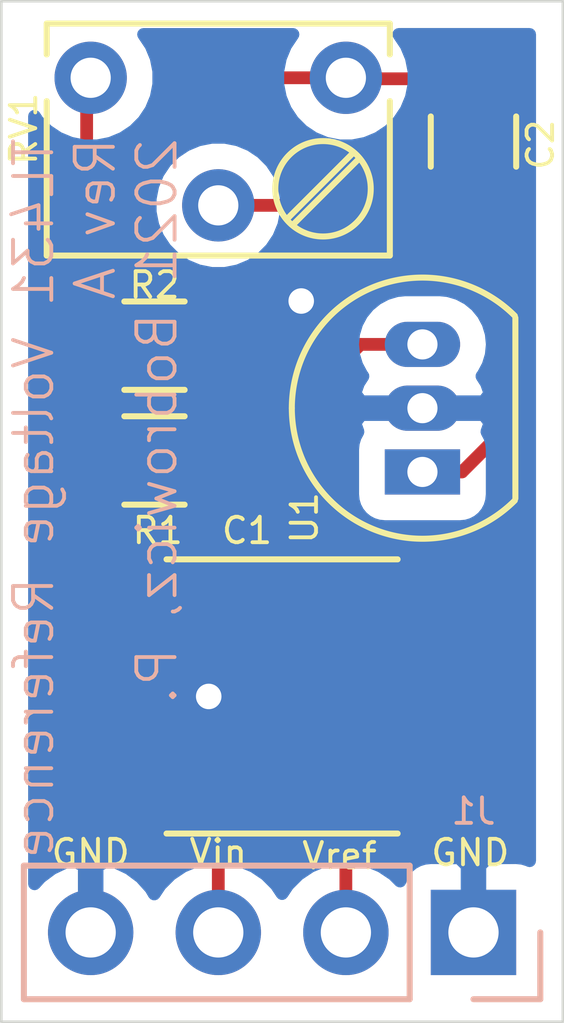
<source format=kicad_pcb>
(kicad_pcb (version 20171130) (host pcbnew "(5.1.0)-1")

  (general
    (thickness 1.6)
    (drawings 9)
    (tracks 42)
    (zones 0)
    (modules 7)
    (nets 6)
  )

  (page A4)
  (layers
    (0 F.Cu signal)
    (31 B.Cu signal)
    (32 B.Adhes user)
    (33 F.Adhes user)
    (34 B.Paste user)
    (35 F.Paste user)
    (36 B.SilkS user)
    (37 F.SilkS user)
    (38 B.Mask user)
    (39 F.Mask user)
    (40 Dwgs.User user)
    (41 Cmts.User user)
    (42 Eco1.User user)
    (43 Eco2.User user)
    (44 Edge.Cuts user)
    (45 Margin user)
    (46 B.CrtYd user)
    (47 F.CrtYd user)
    (48 B.Fab user)
    (49 F.Fab user)
  )

  (setup
    (last_trace_width 0.1524)
    (user_trace_width 0.254)
    (user_trace_width 0.508)
    (trace_clearance 0.1524)
    (zone_clearance 0.508)
    (zone_45_only no)
    (trace_min 0.1524)
    (via_size 0.6096)
    (via_drill 0.3048)
    (via_min_size 0.508)
    (via_min_drill 0.254)
    (user_via 0.508 0.254)
    (user_via 1.016 0.508)
    (uvia_size 0.1524)
    (uvia_drill 0)
    (uvias_allowed no)
    (uvia_min_size 0)
    (uvia_min_drill 0)
    (edge_width 0.05)
    (segment_width 0.2)
    (pcb_text_width 0.3)
    (pcb_text_size 1.5 1.5)
    (mod_edge_width 0.12)
    (mod_text_size 1 1)
    (mod_text_width 0.15)
    (pad_size 1.524 1.524)
    (pad_drill 0.762)
    (pad_to_mask_clearance 0.0508)
    (solder_mask_min_width 0.101)
    (aux_axis_origin 0 0)
    (visible_elements 7FFFFFFF)
    (pcbplotparams
      (layerselection 0x010fc_ffffffff)
      (usegerberextensions false)
      (usegerberattributes false)
      (usegerberadvancedattributes false)
      (creategerberjobfile false)
      (excludeedgelayer true)
      (linewidth 0.038100)
      (plotframeref false)
      (viasonmask false)
      (mode 1)
      (useauxorigin false)
      (hpglpennumber 1)
      (hpglpenspeed 20)
      (hpglpendiameter 15.000000)
      (psnegative false)
      (psa4output false)
      (plotreference true)
      (plotvalue true)
      (plotinvisibletext false)
      (padsonsilk false)
      (subtractmaskfromsilk false)
      (outputformat 1)
      (mirror false)
      (drillshape 1)
      (scaleselection 1)
      (outputdirectory ""))
  )

  (net 0 "")
  (net 1 "Net-(C1-Pad1)")
  (net 2 GND)
  (net 3 "Net-(R2-Pad2)")
  (net 4 "Net-(C2-Pad2)")
  (net 5 "Net-(J1-Pad3)")

  (net_class Default "This is the default net class."
    (clearance 0.1524)
    (trace_width 0.1524)
    (via_dia 0.6096)
    (via_drill 0.3048)
    (uvia_dia 0.1524)
    (uvia_drill 0)
    (add_net GND)
    (add_net "Net-(C1-Pad1)")
    (add_net "Net-(C2-Pad2)")
    (add_net "Net-(J1-Pad3)")
    (add_net "Net-(R2-Pad2)")
  )

  (module Connector_PinHeader_2.54mm:PinHeader_1x04_P2.54mm_Vertical (layer B.Cu) (tedit 59FED5CC) (tstamp 602709D9)
    (at 109.22 76.2 90)
    (descr "Through hole straight pin header, 1x04, 2.54mm pitch, single row")
    (tags "Through hole pin header THT 1x04 2.54mm single row")
    (path /60293836)
    (fp_text reference J1 (at 2.413 0) (layer B.SilkS)
      (effects (font (size 0.508 0.508) (thickness 0.0762)) (justify mirror))
    )
    (fp_text value Conn_01x04_Male (at -1.3335 -3.556) (layer B.Fab) hide
      (effects (font (size 0.508 0.508) (thickness 0.0762)) (justify mirror))
    )
    (fp_line (start 1.8 1.8) (end -1.8 1.8) (layer B.CrtYd) (width 0.05))
    (fp_line (start 1.8 -9.4) (end 1.8 1.8) (layer B.CrtYd) (width 0.05))
    (fp_line (start -1.8 -9.4) (end 1.8 -9.4) (layer B.CrtYd) (width 0.05))
    (fp_line (start -1.8 1.8) (end -1.8 -9.4) (layer B.CrtYd) (width 0.05))
    (fp_line (start -1.33 1.33) (end 0 1.33) (layer B.SilkS) (width 0.12))
    (fp_line (start -1.33 0) (end -1.33 1.33) (layer B.SilkS) (width 0.12))
    (fp_line (start -1.33 -1.27) (end 1.33 -1.27) (layer B.SilkS) (width 0.12))
    (fp_line (start 1.33 -1.27) (end 1.33 -8.95) (layer B.SilkS) (width 0.12))
    (fp_line (start -1.33 -1.27) (end -1.33 -8.95) (layer B.SilkS) (width 0.12))
    (fp_line (start -1.33 -8.95) (end 1.33 -8.95) (layer B.SilkS) (width 0.12))
    (fp_line (start -1.27 0.635) (end -0.635 1.27) (layer B.Fab) (width 0.1))
    (fp_line (start -1.27 -8.89) (end -1.27 0.635) (layer B.Fab) (width 0.1))
    (fp_line (start 1.27 -8.89) (end -1.27 -8.89) (layer B.Fab) (width 0.1))
    (fp_line (start 1.27 1.27) (end 1.27 -8.89) (layer B.Fab) (width 0.1))
    (fp_line (start -0.635 1.27) (end 1.27 1.27) (layer B.Fab) (width 0.1))
    (fp_text user %R (at 0 -3.81) (layer B.Fab) hide
      (effects (font (size 1 1) (thickness 0.15)) (justify mirror))
    )
    (pad 4 thru_hole oval (at 0 -7.62 90) (size 1.7 1.7) (drill 1) (layers *.Cu *.Mask)
      (net 2 GND))
    (pad 3 thru_hole oval (at 0 -5.08 90) (size 1.7 1.7) (drill 1) (layers *.Cu *.Mask)
      (net 5 "Net-(J1-Pad3)"))
    (pad 2 thru_hole oval (at 0 -2.54 90) (size 1.7 1.7) (drill 1) (layers *.Cu *.Mask)
      (net 1 "Net-(C1-Pad1)"))
    (pad 1 thru_hole rect (at 0 0 90) (size 1.7 1.7) (drill 1) (layers *.Cu *.Mask)
      (net 2 GND))
    (model ${KISYS3DMOD}/Connector_PinHeader_2.54mm.3dshapes/PinHeader_1x04_P2.54mm_Vertical.wrl
      (at (xyz 0 0 0))
      (scale (xyz 1 1 1))
      (rotate (xyz 0 0 0))
    )
  )

  (module TO_SOT_Packages_THT:TO-92_Inline_Narrow_Oval (layer F.Cu) (tedit 58CE52AF) (tstamp 602709E5)
    (at 108.204 67.0306 90)
    (descr "TO-92 leads in-line, narrow, oval pads, drill 0.6mm (see NXP sot054_po.pdf)")
    (tags "to-92 sc-43 sc-43a sot54 PA33 transistor")
    (path /602702E5)
    (fp_text reference U1 (at -0.9144 -2.3495 90) (layer F.SilkS)
      (effects (font (size 0.508 0.508) (thickness 0.0762)))
    )
    (fp_text value TL431LP (at 1.0541 1.8415 90) (layer F.Fab) hide
      (effects (font (size 0.508 0.508) (thickness 0.0762)))
    )
    (fp_line (start -0.53 1.85) (end 3.07 1.85) (layer F.SilkS) (width 0.12))
    (fp_line (start -0.5 1.75) (end 3 1.75) (layer F.Fab) (width 0.1))
    (fp_line (start -1.46 -2.73) (end 4 -2.73) (layer F.CrtYd) (width 0.05))
    (fp_line (start -1.46 -2.73) (end -1.46 2.01) (layer F.CrtYd) (width 0.05))
    (fp_line (start 4 2.01) (end 4 -2.73) (layer F.CrtYd) (width 0.05))
    (fp_line (start 4 2.01) (end -1.46 2.01) (layer F.CrtYd) (width 0.05))
    (fp_text user %R (at 1.2446 -1.9685 90) (layer F.Fab) hide
      (effects (font (size 0.508 0.508) (thickness 0.0762)))
    )
    (fp_arc (start 1.27 0) (end 1.27 -2.48) (angle 135) (layer F.Fab) (width 0.1))
    (fp_arc (start 1.27 0) (end 1.27 -2.6) (angle -135) (layer F.SilkS) (width 0.12))
    (fp_arc (start 1.27 0) (end 1.27 -2.48) (angle -135) (layer F.Fab) (width 0.1))
    (fp_arc (start 1.27 0) (end 1.27 -2.6) (angle 135) (layer F.SilkS) (width 0.12))
    (pad 2 thru_hole oval (at 1.27 0 270) (size 0.9 1.5) (drill 0.6) (layers *.Cu *.Mask)
      (net 2 GND))
    (pad 3 thru_hole oval (at 2.54 0 270) (size 0.9 1.5) (drill 0.6) (layers *.Cu *.Mask)
      (net 1 "Net-(C1-Pad1)"))
    (pad 1 thru_hole rect (at 0 0 270) (size 0.9 1.5) (drill 0.6) (layers *.Cu *.Mask)
      (net 4 "Net-(C2-Pad2)"))
    (model ${KISYS3DMOD}/TO_SOT_Packages_THT.3dshapes/TO-92_Inline_Narrow_Oval.wrl
      (offset (xyz 1.269999980926514 0 0))
      (scale (xyz 1 1 1))
      (rotate (xyz 0 0 -90))
    )
    (model ${KIPRJMOD}/packages/LP0003A.stp
      (offset (xyz 1.2446 0 4.3942))
      (scale (xyz 1 1 1))
      (rotate (xyz 0 180 0))
    )
  )

  (module Potentiometers:Potentiometer_Trimmer_Bourns_3266W (layer F.Cu) (tedit 58826B0B) (tstamp 602709E2)
    (at 106.68 59.182)
    (descr "Spindle Trimmer Potentiometer, Bourns 3266W, https://www.bourns.com/pdfs/3266.pdf")
    (tags "Spindle Trimmer Potentiometer   Bourns 3266W")
    (path /602736C6)
    (fp_text reference RV1 (at -6.4135 1.016 90) (layer F.SilkS)
      (effects (font (size 0.508 0.508) (thickness 0.0762)))
    )
    (fp_text value 10k (at -2.54 4.73) (layer F.Fab) hide
      (effects (font (size 1 1) (thickness 0.15)))
    )
    (fp_circle (center -0.455 2.21) (end 0.435 2.21) (layer F.Fab) (width 0.1))
    (fp_circle (center -0.455 2.21) (end 0.495 2.21) (layer F.SilkS) (width 0.12))
    (fp_line (start -5.895 -1.02) (end -5.895 3.48) (layer F.Fab) (width 0.1))
    (fp_line (start -5.895 3.48) (end 0.815 3.48) (layer F.Fab) (width 0.1))
    (fp_line (start 0.815 3.48) (end 0.815 -1.02) (layer F.Fab) (width 0.1))
    (fp_line (start 0.815 -1.02) (end -5.895 -1.02) (layer F.Fab) (width 0.1))
    (fp_line (start 0.22 1.644) (end -1.021 2.885) (layer F.Fab) (width 0.1))
    (fp_line (start 0.112 1.536) (end -1.13 2.777) (layer F.Fab) (width 0.1))
    (fp_line (start -5.955 -1.08) (end 0.875 -1.08) (layer F.SilkS) (width 0.12))
    (fp_line (start -5.955 3.54) (end 0.875 3.54) (layer F.SilkS) (width 0.12))
    (fp_line (start -5.955 -1.08) (end -5.955 -0.465) (layer F.SilkS) (width 0.12))
    (fp_line (start -5.955 0.465) (end -5.955 3.54) (layer F.SilkS) (width 0.12))
    (fp_line (start 0.875 -1.08) (end 0.875 -0.465) (layer F.SilkS) (width 0.12))
    (fp_line (start 0.875 0.465) (end 0.875 3.54) (layer F.SilkS) (width 0.12))
    (fp_line (start 0.266 1.606) (end -1.059 2.931) (layer F.SilkS) (width 0.12))
    (fp_line (start 0.15 1.49) (end -1.175 2.815) (layer F.SilkS) (width 0.12))
    (fp_line (start -6.15 -1.3) (end -6.15 3.75) (layer F.CrtYd) (width 0.05))
    (fp_line (start -6.15 3.75) (end 1.1 3.75) (layer F.CrtYd) (width 0.05))
    (fp_line (start 1.1 3.75) (end 1.1 -1.3) (layer F.CrtYd) (width 0.05))
    (fp_line (start 1.1 -1.3) (end -6.15 -1.3) (layer F.CrtYd) (width 0.05))
    (pad 1 thru_hole circle (at 0 0) (size 1.44 1.44) (drill 0.8) (layers *.Cu *.Mask)
      (net 1 "Net-(C1-Pad1)"))
    (pad 2 thru_hole circle (at -2.54 2.54) (size 1.44 1.44) (drill 0.8) (layers *.Cu *.Mask)
      (net 4 "Net-(C2-Pad2)"))
    (pad 3 thru_hole circle (at -5.08 0) (size 1.44 1.44) (drill 0.8) (layers *.Cu *.Mask)
      (net 3 "Net-(R2-Pad2)"))
    (model Potentiometers.3dshapes/Potentiometer_Trimmer_Bourns_3266W.wrl
      (at (xyz 0 0 0))
      (scale (xyz 0.393701 0.393701 0.393701))
      (rotate (xyz 0 0 0))
    )
    (model ${KISYS3DMOD}/Potentiometer_THT.3dshapes/Potentiometer_Bourns_3266W_Vertical.step
      (at (xyz 0 0 0))
      (scale (xyz 1 1 1))
      (rotate (xyz 0 0 0))
    )
  )

  (module Resistors_SMD:R_0805_HandSoldering (layer F.Cu) (tedit 58E0A804) (tstamp 602709DF)
    (at 102.87 64.516 180)
    (descr "Resistor SMD 0805, hand soldering")
    (tags "resistor 0805")
    (path /60275FE6)
    (attr smd)
    (fp_text reference R2 (at 0 1.2065) (layer F.SilkS)
      (effects (font (size 0.508 0.508) (thickness 0.0762)))
    )
    (fp_text value 10k (at -0.0635 0) (layer F.Fab) hide
      (effects (font (size 0.508 0.508) (thickness 0.0762)))
    )
    (fp_line (start -1 0.62) (end -1 -0.62) (layer F.Fab) (width 0.1))
    (fp_line (start 1 0.62) (end -1 0.62) (layer F.Fab) (width 0.1))
    (fp_line (start 1 -0.62) (end 1 0.62) (layer F.Fab) (width 0.1))
    (fp_line (start -1 -0.62) (end 1 -0.62) (layer F.Fab) (width 0.1))
    (fp_line (start 0.6 0.88) (end -0.6 0.88) (layer F.SilkS) (width 0.12))
    (fp_line (start -0.6 -0.88) (end 0.6 -0.88) (layer F.SilkS) (width 0.12))
    (fp_line (start -2.35 -0.9) (end 2.35 -0.9) (layer F.CrtYd) (width 0.05))
    (fp_line (start -2.35 -0.9) (end -2.35 0.9) (layer F.CrtYd) (width 0.05))
    (fp_line (start 2.35 0.9) (end 2.35 -0.9) (layer F.CrtYd) (width 0.05))
    (fp_line (start 2.35 0.9) (end -2.35 0.9) (layer F.CrtYd) (width 0.05))
    (fp_text user %R (at 0 0) (layer F.Fab) hide
      (effects (font (size 0.5 0.5) (thickness 0.075)))
    )
    (pad 1 smd rect (at -1.35 0 180) (size 1.5 1.3) (layers F.Cu F.Paste F.Mask)
      (net 2 GND))
    (pad 2 smd rect (at 1.35 0 180) (size 1.5 1.3) (layers F.Cu F.Paste F.Mask)
      (net 3 "Net-(R2-Pad2)"))
    (model ${KISYS3DMOD}/Resistors_SMD.3dshapes/R_0805.wrl
      (at (xyz 0 0 0))
      (scale (xyz 1 1 1))
      (rotate (xyz 0 0 0))
    )
    (model ${KISYS3DMOD}/Resistor_SMD.3dshapes/R_0805_2012Metric.step
      (at (xyz 0 0 0))
      (scale (xyz 1 1 1))
      (rotate (xyz 0 0 0))
    )
  )

  (module Resistors_SMD:R_0805_HandSoldering (layer F.Cu) (tedit 58E0A804) (tstamp 602709DC)
    (at 102.87 66.802)
    (descr "Resistor SMD 0805, hand soldering")
    (tags "resistor 0805")
    (path /60274E59)
    (attr smd)
    (fp_text reference R1 (at 0.0635 1.397) (layer F.SilkS)
      (effects (font (size 0.508 0.508) (thickness 0.0762)))
    )
    (fp_text value 470R (at 0 1.75) (layer F.Fab) hide
      (effects (font (size 1 1) (thickness 0.15)))
    )
    (fp_line (start -1 0.62) (end -1 -0.62) (layer F.Fab) (width 0.1))
    (fp_line (start 1 0.62) (end -1 0.62) (layer F.Fab) (width 0.1))
    (fp_line (start 1 -0.62) (end 1 0.62) (layer F.Fab) (width 0.1))
    (fp_line (start -1 -0.62) (end 1 -0.62) (layer F.Fab) (width 0.1))
    (fp_line (start 0.6 0.88) (end -0.6 0.88) (layer F.SilkS) (width 0.12))
    (fp_line (start -0.6 -0.88) (end 0.6 -0.88) (layer F.SilkS) (width 0.12))
    (fp_line (start -2.35 -0.9) (end 2.35 -0.9) (layer F.CrtYd) (width 0.05))
    (fp_line (start -2.35 -0.9) (end -2.35 0.9) (layer F.CrtYd) (width 0.05))
    (fp_line (start 2.35 0.9) (end 2.35 -0.9) (layer F.CrtYd) (width 0.05))
    (fp_line (start 2.35 0.9) (end -2.35 0.9) (layer F.CrtYd) (width 0.05))
    (fp_text user %R (at 0 0) (layer F.Fab) hide
      (effects (font (size 0.5 0.5) (thickness 0.075)))
    )
    (pad 1 smd rect (at -1.35 0) (size 1.5 1.3) (layers F.Cu F.Paste F.Mask)
      (net 1 "Net-(C1-Pad1)"))
    (pad 2 smd rect (at 1.35 0) (size 1.5 1.3) (layers F.Cu F.Paste F.Mask)
      (net 5 "Net-(J1-Pad3)"))
    (model ${KISYS3DMOD}/Resistors_SMD.3dshapes/R_0805.wrl
      (at (xyz 0 0 0))
      (scale (xyz 1 1 1))
      (rotate (xyz 0 0 0))
    )
    (model ${KISYS3DMOD}/Resistor_SMD.3dshapes/R_0805_2012Metric.step
      (at (xyz 0 0 0))
      (scale (xyz 1 1 1))
      (rotate (xyz 0 0 0))
    )
  )

  (module Capacitors_SMD:C_0805_HandSoldering (layer F.Cu) (tedit 58AA84A8) (tstamp 602709D6)
    (at 109.22 60.452 270)
    (descr "Capacitor SMD 0805, hand soldering")
    (tags "capacitor 0805")
    (path /6026FB57)
    (attr smd)
    (fp_text reference C2 (at 0.0635 -1.3335 90) (layer F.SilkS)
      (effects (font (size 0.508 0.508) (thickness 0.0762)))
    )
    (fp_text value 1uF (at -0.0635 0.0635 90) (layer F.Fab) hide
      (effects (font (size 0.508 0.508) (thickness 0.0762)))
    )
    (fp_line (start -1 0.62) (end -1 -0.62) (layer F.Fab) (width 0.1))
    (fp_line (start 1 0.62) (end -1 0.62) (layer F.Fab) (width 0.1))
    (fp_line (start 1 -0.62) (end 1 0.62) (layer F.Fab) (width 0.1))
    (fp_line (start -1 -0.62) (end 1 -0.62) (layer F.Fab) (width 0.1))
    (fp_line (start 0.5 -0.85) (end -0.5 -0.85) (layer F.SilkS) (width 0.12))
    (fp_line (start -0.5 0.85) (end 0.5 0.85) (layer F.SilkS) (width 0.12))
    (fp_line (start -2.25 -0.88) (end 2.25 -0.88) (layer F.CrtYd) (width 0.05))
    (fp_line (start -2.25 -0.88) (end -2.25 0.87) (layer F.CrtYd) (width 0.05))
    (fp_line (start 2.25 0.87) (end 2.25 -0.88) (layer F.CrtYd) (width 0.05))
    (fp_line (start 2.25 0.87) (end -2.25 0.87) (layer F.CrtYd) (width 0.05))
    (fp_text user %R (at 0 0.9525 90) (layer F.Fab) hide
      (effects (font (size 0.508 0.508) (thickness 0.0762)))
    )
    (pad 1 smd rect (at -1.25 0 270) (size 1.5 1.25) (layers F.Cu F.Paste F.Mask)
      (net 1 "Net-(C1-Pad1)"))
    (pad 2 smd rect (at 1.25 0 270) (size 1.5 1.25) (layers F.Cu F.Paste F.Mask)
      (net 4 "Net-(C2-Pad2)"))
    (model Capacitors_SMD.3dshapes/C_0805.wrl
      (at (xyz 0 0 0))
      (scale (xyz 1 1 1))
      (rotate (xyz 0 0 0))
    )
    (model ${KISYS3DMOD}/Capacitor_SMD.3dshapes/C_0805_2012Metric.step
      (at (xyz 0 0 0))
      (scale (xyz 1 1 1))
      (rotate (xyz 0 0 0))
    )
  )

  (module Capacitors_SMD:C_2220_HandSoldering (layer F.Cu) (tedit 58AA857D) (tstamp 602709D3)
    (at 105.41 71.501 180)
    (descr "Capacitor SMD 2220, hand soldering")
    (tags "capacitor 2220")
    (path /6026E92B)
    (attr smd)
    (fp_text reference C1 (at 0.6985 3.302) (layer F.SilkS)
      (effects (font (size 0.508 0.508) (thickness 0.0762)))
    )
    (fp_text value 100uF (at 0 3.75) (layer F.Fab) hide
      (effects (font (size 0.508 0.508) (thickness 0.0762)))
    )
    (fp_line (start -2.75 2.5) (end -2.75 -2.5) (layer F.Fab) (width 0.1))
    (fp_line (start 2.75 2.5) (end -2.75 2.5) (layer F.Fab) (width 0.1))
    (fp_line (start 2.75 -2.5) (end 2.75 2.5) (layer F.Fab) (width 0.1))
    (fp_line (start -2.75 -2.5) (end 2.75 -2.5) (layer F.Fab) (width 0.1))
    (fp_line (start 2.3 -2.73) (end -2.3 -2.73) (layer F.SilkS) (width 0.12))
    (fp_line (start -2.3 2.73) (end 2.3 2.73) (layer F.SilkS) (width 0.12))
    (fp_line (start -4.95 -2.75) (end 4.95 -2.75) (layer F.CrtYd) (width 0.05))
    (fp_line (start -4.95 -2.75) (end -4.95 2.75) (layer F.CrtYd) (width 0.05))
    (fp_line (start 4.95 2.75) (end 4.95 -2.75) (layer F.CrtYd) (width 0.05))
    (fp_line (start 4.95 2.75) (end -4.95 2.75) (layer F.CrtYd) (width 0.05))
    (fp_text user %R (at 0 -3.5) (layer F.Fab) hide
      (effects (font (size 1 1) (thickness 0.15)))
    )
    (pad 1 smd rect (at -3.5 0 180) (size 2.4 5) (layers F.Cu F.Paste F.Mask)
      (net 1 "Net-(C1-Pad1)"))
    (pad 2 smd rect (at 3.5 0 180) (size 2.4 5) (layers F.Cu F.Paste F.Mask)
      (net 2 GND))
    (model Capacitors_SMD.3dshapes/C_2220.wrl
      (at (xyz 0 0 0))
      (scale (xyz 1 1 1))
      (rotate (xyz 0 0 0))
    )
    (model ${KISYS3DMOD}/Capacitor_SMD.3dshapes/C_2220_5650Metric.step
      (at (xyz 0 0 0))
      (scale (xyz 1 1 1))
      (rotate (xyz 0 0 0))
    )
  )

  (gr_text "TL431 Voltage Reference\nRev A\n2021 Bobrowicz, P." (at 101.694343 60.325 90) (layer B.SilkS)
    (effects (font (size 0.762 0.762) (thickness 0.0762)) (justify left mirror))
  )
  (gr_text Vref (at 106.553 74.676) (layer F.SilkS) (tstamp 602B192F)
    (effects (font (size 0.508 0.508) (thickness 0.0762)))
  )
  (gr_text Vin (at 104.14 74.6125) (layer F.SilkS) (tstamp 602B192B)
    (effects (font (size 0.508 0.508) (thickness 0.0762)))
  )
  (gr_text GND (at 101.6 74.6125) (layer F.SilkS) (tstamp 602B1658)
    (effects (font (size 0.508 0.508) (thickness 0.0762)))
  )
  (gr_text GND (at 109.1565 74.6125) (layer F.SilkS)
    (effects (font (size 0.508 0.508) (thickness 0.0762)))
  )
  (gr_line (start 99.822 57.658) (end 99.822 77.978) (layer Edge.Cuts) (width 0.05) (tstamp 602B07CF))
  (gr_line (start 110.998 57.658) (end 99.822 57.658) (layer Edge.Cuts) (width 0.05))
  (gr_line (start 110.998 77.978) (end 110.998 57.658) (layer Edge.Cuts) (width 0.05))
  (gr_line (start 99.822 77.978) (end 110.998 77.978) (layer Edge.Cuts) (width 0.05))

  (segment (start 101.52 66.802) (end 101.52 66.628) (width 0.254) (layer F.Cu) (net 1))
  (segment (start 101.52 66.802) (end 101.52 65.866) (width 0.254) (layer F.Cu) (net 1))
  (segment (start 101.52 65.866) (end 101.727 65.659) (width 0.254) (layer F.Cu) (net 1))
  (segment (start 106.7 59.202) (end 106.68 59.182) (width 0.254) (layer F.Cu) (net 1))
  (segment (start 109.22 59.202) (end 106.7 59.202) (width 0.254) (layer F.Cu) (net 1))
  (segment (start 102.9208 63.1444) (end 102.9208 65.659) (width 0.254) (layer F.Cu) (net 1))
  (segment (start 104.013 59.182) (end 102.362 60.833) (width 0.254) (layer F.Cu) (net 1))
  (segment (start 106.68 59.182) (end 104.013 59.182) (width 0.254) (layer F.Cu) (net 1))
  (segment (start 102.362 60.833) (end 102.362 62.5856) (width 0.254) (layer F.Cu) (net 1))
  (segment (start 102.362 62.5856) (end 102.9208 63.1444) (width 0.254) (layer F.Cu) (net 1))
  (segment (start 101.727 65.659) (end 102.9208 65.659) (width 0.254) (layer F.Cu) (net 1))
  (segment (start 106.9714 64.4906) (end 108.204 64.4906) (width 0.254) (layer F.Cu) (net 1))
  (segment (start 108.91 71.501) (end 108.839 71.501) (width 0.254) (layer F.Cu) (net 1))
  (segment (start 106.68 64.782) (end 106.9714 64.4906) (width 0.254) (layer F.Cu) (net 1))
  (segment (start 108.91 71.501) (end 106.807 71.501) (width 0.254) (layer F.Cu) (net 1))
  (segment (start 106.807 71.501) (end 106.68 71.628) (width 0.254) (layer F.Cu) (net 1))
  (segment (start 106.68 76.2) (end 106.68 71.628) (width 0.254) (layer F.Cu) (net 1))
  (segment (start 106.553 65.659) (end 106.68 65.532) (width 0.254) (layer F.Cu) (net 1))
  (segment (start 102.9208 65.659) (end 106.553 65.659) (width 0.254) (layer F.Cu) (net 1))
  (segment (start 106.68 65.532) (end 106.68 64.782) (width 0.254) (layer F.Cu) (net 1))
  (segment (start 106.68 71.628) (end 106.68 65.532) (width 0.254) (layer F.Cu) (net 1))
  (segment (start 102.362 71.953) (end 101.91 71.501) (width 0.254) (layer F.Cu) (net 2))
  (segment (start 101.52 71.111) (end 101.91 71.501) (width 0.254) (layer F.Cu) (net 2))
  (segment (start 104.902 64.516) (end 105.791 63.627) (width 0.508) (layer F.Cu) (net 2))
  (via (at 105.791 63.627) (size 1.016) (drill 0.508) (layers F.Cu B.Cu) (net 2))
  (segment (start 104.22 64.516) (end 104.902 64.516) (width 0.508) (layer F.Cu) (net 2))
  (via (at 103.9495 71.501) (size 1.016) (drill 0.508) (layers F.Cu B.Cu) (net 2))
  (segment (start 101.91 71.501) (end 103.9495 71.501) (width 0.508) (layer F.Cu) (net 2))
  (segment (start 101.52 59.262) (end 101.6 59.182) (width 0.254) (layer F.Cu) (net 3))
  (segment (start 101.52 64.516) (end 101.52 59.262) (width 0.254) (layer F.Cu) (net 3))
  (segment (start 109.6645 62.1465) (end 109.22 61.702) (width 0.254) (layer F.Cu) (net 4))
  (segment (start 109.6645 66.3575) (end 109.6645 62.1465) (width 0.254) (layer F.Cu) (net 4))
  (segment (start 109.2 61.722) (end 109.22 61.702) (width 0.254) (layer F.Cu) (net 4))
  (segment (start 104.14 61.722) (end 109.2 61.722) (width 0.254) (layer F.Cu) (net 4))
  (segment (start 108.9914 67.0306) (end 108.204 67.0306) (width 0.254) (layer F.Cu) (net 4))
  (segment (start 109.6645 66.3575) (end 108.9914 67.0306) (width 0.254) (layer F.Cu) (net 4))
  (segment (start 104.394 66.976) (end 104.22 66.802) (width 0.254) (layer F.Cu) (net 5))
  (segment (start 104.14 76.2) (end 104.14 74.676) (width 0.254) (layer F.Cu) (net 5))
  (segment (start 104.14 74.676) (end 105.156 73.66) (width 0.254) (layer F.Cu) (net 5))
  (segment (start 105.156 73.66) (end 105.156 69.977) (width 0.254) (layer F.Cu) (net 5))
  (segment (start 104.22 69.041) (end 104.22 66.802) (width 0.254) (layer F.Cu) (net 5))
  (segment (start 105.156 69.977) (end 104.22 69.041) (width 0.254) (layer F.Cu) (net 5))

  (zone (net 2) (net_name GND) (layer B.Cu) (tstamp 602B0E93) (hatch edge 0.508)
    (connect_pads (clearance 0.508))
    (min_thickness 0.254)
    (fill yes (arc_segments 32) (thermal_gap 0.508) (thermal_bridge_width 0.508))
    (polygon
      (pts
        (xy 110.998 77.978) (xy 99.822 77.978) (xy 99.822 57.658) (xy 110.998 57.658)
      )
    )
    (filled_polygon
      (pts
        (xy 105.627503 58.318238) (xy 105.479215 58.540167) (xy 105.377072 58.786761) (xy 105.325 59.048544) (xy 105.325 59.315456)
        (xy 105.377072 59.577239) (xy 105.479215 59.823833) (xy 105.627503 60.045762) (xy 105.816238 60.234497) (xy 106.038167 60.382785)
        (xy 106.284761 60.484928) (xy 106.546544 60.537) (xy 106.813456 60.537) (xy 107.075239 60.484928) (xy 107.321833 60.382785)
        (xy 107.543762 60.234497) (xy 107.732497 60.045762) (xy 107.880785 59.823833) (xy 107.982928 59.577239) (xy 108.035 59.315456)
        (xy 108.035 59.048544) (xy 107.982928 58.786761) (xy 107.880785 58.540167) (xy 107.732497 58.318238) (xy 107.732259 58.318)
        (xy 110.338001 58.318) (xy 110.338 74.77323) (xy 110.31418 74.760498) (xy 110.194482 74.724188) (xy 110.07 74.711928)
        (xy 109.50575 74.715) (xy 109.347 74.87375) (xy 109.347 76.073) (xy 109.367 76.073) (xy 109.367 76.327)
        (xy 109.347 76.327) (xy 109.347 76.347) (xy 109.093 76.347) (xy 109.093 76.327) (xy 109.073 76.327)
        (xy 109.073 76.073) (xy 109.093 76.073) (xy 109.093 74.87375) (xy 108.93425 74.715) (xy 108.37 74.711928)
        (xy 108.245518 74.724188) (xy 108.12582 74.760498) (xy 108.015506 74.819463) (xy 107.918815 74.898815) (xy 107.839463 74.995506)
        (xy 107.780498 75.10582) (xy 107.758487 75.17838) (xy 107.626632 75.046525) (xy 107.383411 74.88401) (xy 107.113158 74.772068)
        (xy 106.82626 74.715) (xy 106.53374 74.715) (xy 106.246842 74.772068) (xy 105.976589 74.88401) (xy 105.733368 75.046525)
        (xy 105.526525 75.253368) (xy 105.41 75.42776) (xy 105.293475 75.253368) (xy 105.086632 75.046525) (xy 104.843411 74.88401)
        (xy 104.573158 74.772068) (xy 104.28626 74.715) (xy 103.99374 74.715) (xy 103.706842 74.772068) (xy 103.436589 74.88401)
        (xy 103.193368 75.046525) (xy 102.986525 75.253368) (xy 102.864805 75.435534) (xy 102.795178 75.318645) (xy 102.600269 75.102412)
        (xy 102.36692 74.928359) (xy 102.104099 74.803175) (xy 101.95689 74.758524) (xy 101.727 74.879845) (xy 101.727 76.073)
        (xy 101.747 76.073) (xy 101.747 76.327) (xy 101.727 76.327) (xy 101.727 76.347) (xy 101.473 76.347)
        (xy 101.473 76.327) (xy 101.453 76.327) (xy 101.453 76.073) (xy 101.473 76.073) (xy 101.473 74.879845)
        (xy 101.24311 74.758524) (xy 101.095901 74.803175) (xy 100.83308 74.928359) (xy 100.599731 75.102412) (xy 100.482 75.233023)
        (xy 100.482 66.5806) (xy 106.815928 66.5806) (xy 106.815928 67.4806) (xy 106.828188 67.605082) (xy 106.864498 67.72478)
        (xy 106.923463 67.835094) (xy 107.002815 67.931785) (xy 107.099506 68.011137) (xy 107.20982 68.070102) (xy 107.329518 68.106412)
        (xy 107.454 68.118672) (xy 108.954 68.118672) (xy 109.078482 68.106412) (xy 109.19818 68.070102) (xy 109.308494 68.011137)
        (xy 109.405185 67.931785) (xy 109.484537 67.835094) (xy 109.543502 67.72478) (xy 109.579812 67.605082) (xy 109.592072 67.4806)
        (xy 109.592072 66.5806) (xy 109.579812 66.456118) (xy 109.543502 66.33642) (xy 109.486554 66.229879) (xy 109.548408 66.054601)
        (xy 109.421502 65.8876) (xy 108.331 65.8876) (xy 108.331 65.9076) (xy 108.077 65.9076) (xy 108.077 65.8876)
        (xy 106.986498 65.8876) (xy 106.859592 66.054601) (xy 106.921446 66.229879) (xy 106.864498 66.33642) (xy 106.828188 66.456118)
        (xy 106.815928 66.5806) (xy 100.482 66.5806) (xy 100.482 64.4906) (xy 106.813751 64.4906) (xy 106.8347 64.703297)
        (xy 106.896741 64.90782) (xy 106.997491 65.09631) (xy 107.020537 65.124392) (xy 106.931298 65.263403) (xy 106.859592 65.466599)
        (xy 106.986498 65.6336) (xy 108.077 65.6336) (xy 108.077 65.6136) (xy 108.331 65.6136) (xy 108.331 65.6336)
        (xy 109.421502 65.6336) (xy 109.548408 65.466599) (xy 109.476702 65.263403) (xy 109.387463 65.124392) (xy 109.410509 65.09631)
        (xy 109.511259 64.90782) (xy 109.5733 64.703297) (xy 109.594249 64.4906) (xy 109.5733 64.277903) (xy 109.511259 64.07338)
        (xy 109.410509 63.88489) (xy 109.274922 63.719678) (xy 109.10971 63.584091) (xy 108.92122 63.483341) (xy 108.716697 63.4213)
        (xy 108.557294 63.4056) (xy 107.850706 63.4056) (xy 107.691303 63.4213) (xy 107.48678 63.483341) (xy 107.29829 63.584091)
        (xy 107.133078 63.719678) (xy 106.997491 63.88489) (xy 106.896741 64.07338) (xy 106.8347 64.277903) (xy 106.813751 64.4906)
        (xy 100.482 64.4906) (xy 100.482 61.588544) (xy 102.785 61.588544) (xy 102.785 61.855456) (xy 102.837072 62.117239)
        (xy 102.939215 62.363833) (xy 103.087503 62.585762) (xy 103.276238 62.774497) (xy 103.498167 62.922785) (xy 103.744761 63.024928)
        (xy 104.006544 63.077) (xy 104.273456 63.077) (xy 104.535239 63.024928) (xy 104.781833 62.922785) (xy 105.003762 62.774497)
        (xy 105.192497 62.585762) (xy 105.340785 62.363833) (xy 105.442928 62.117239) (xy 105.495 61.855456) (xy 105.495 61.588544)
        (xy 105.442928 61.326761) (xy 105.340785 61.080167) (xy 105.192497 60.858238) (xy 105.003762 60.669503) (xy 104.781833 60.521215)
        (xy 104.535239 60.419072) (xy 104.273456 60.367) (xy 104.006544 60.367) (xy 103.744761 60.419072) (xy 103.498167 60.521215)
        (xy 103.276238 60.669503) (xy 103.087503 60.858238) (xy 102.939215 61.080167) (xy 102.837072 61.326761) (xy 102.785 61.588544)
        (xy 100.482 61.588544) (xy 100.482 59.94773) (xy 100.547503 60.045762) (xy 100.736238 60.234497) (xy 100.958167 60.382785)
        (xy 101.204761 60.484928) (xy 101.466544 60.537) (xy 101.733456 60.537) (xy 101.995239 60.484928) (xy 102.241833 60.382785)
        (xy 102.463762 60.234497) (xy 102.652497 60.045762) (xy 102.800785 59.823833) (xy 102.902928 59.577239) (xy 102.955 59.315456)
        (xy 102.955 59.048544) (xy 102.902928 58.786761) (xy 102.800785 58.540167) (xy 102.652497 58.318238) (xy 102.652259 58.318)
        (xy 105.627741 58.318)
      )
    )
  )
)

</source>
